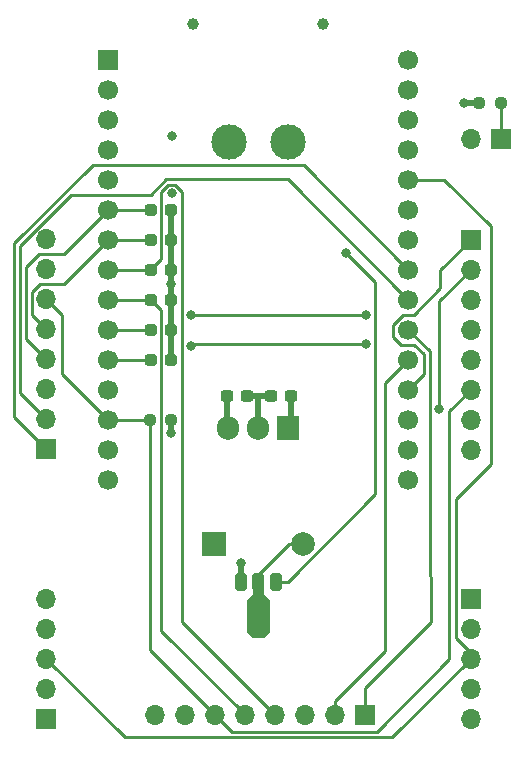
<source format=gbr>
%TF.GenerationSoftware,KiCad,Pcbnew,(6.0.7)*%
%TF.CreationDate,2022-11-12T16:10:30-08:00*%
%TF.ProjectId,Cublic,4375626c-6963-42e6-9b69-6361645f7063,rev?*%
%TF.SameCoordinates,Original*%
%TF.FileFunction,Copper,L1,Top*%
%TF.FilePolarity,Positive*%
%FSLAX46Y46*%
G04 Gerber Fmt 4.6, Leading zero omitted, Abs format (unit mm)*
G04 Created by KiCad (PCBNEW (6.0.7)) date 2022-11-12 16:10:30*
%MOMM*%
%LPD*%
G01*
G04 APERTURE LIST*
G04 Aperture macros list*
%AMRoundRect*
0 Rectangle with rounded corners*
0 $1 Rounding radius*
0 $2 $3 $4 $5 $6 $7 $8 $9 X,Y pos of 4 corners*
0 Add a 4 corners polygon primitive as box body*
4,1,4,$2,$3,$4,$5,$6,$7,$8,$9,$2,$3,0*
0 Add four circle primitives for the rounded corners*
1,1,$1+$1,$2,$3*
1,1,$1+$1,$4,$5*
1,1,$1+$1,$6,$7*
1,1,$1+$1,$8,$9*
0 Add four rect primitives between the rounded corners*
20,1,$1+$1,$2,$3,$4,$5,0*
20,1,$1+$1,$4,$5,$6,$7,0*
20,1,$1+$1,$6,$7,$8,$9,0*
20,1,$1+$1,$8,$9,$2,$3,0*%
G04 Aperture macros list end*
%TA.AperFunction,SMDPad,CuDef*%
%ADD10RoundRect,0.250000X0.250000X0.500000X-0.250000X0.500000X-0.250000X-0.500000X0.250000X-0.500000X0*%
%TD*%
%TA.AperFunction,ComponentPad*%
%ADD11R,1.700000X1.700000*%
%TD*%
%TA.AperFunction,ComponentPad*%
%ADD12O,1.700000X1.700000*%
%TD*%
%TA.AperFunction,SMDPad,CuDef*%
%ADD13RoundRect,0.237500X-0.250000X-0.237500X0.250000X-0.237500X0.250000X0.237500X-0.250000X0.237500X0*%
%TD*%
%TA.AperFunction,SMDPad,CuDef*%
%ADD14RoundRect,0.237500X-0.287500X-0.237500X0.287500X-0.237500X0.287500X0.237500X-0.287500X0.237500X0*%
%TD*%
%TA.AperFunction,SMDPad,CuDef*%
%ADD15RoundRect,0.237500X-0.300000X-0.237500X0.300000X-0.237500X0.300000X0.237500X-0.300000X0.237500X0*%
%TD*%
%TA.AperFunction,SMDPad,CuDef*%
%ADD16RoundRect,0.237500X0.300000X0.237500X-0.300000X0.237500X-0.300000X-0.237500X0.300000X-0.237500X0*%
%TD*%
%TA.AperFunction,ComponentPad*%
%ADD17C,1.700000*%
%TD*%
%TA.AperFunction,ComponentPad*%
%ADD18R,1.905000X2.000000*%
%TD*%
%TA.AperFunction,ComponentPad*%
%ADD19O,1.905000X2.000000*%
%TD*%
%TA.AperFunction,ComponentPad*%
%ADD20R,2.000000X2.000000*%
%TD*%
%TA.AperFunction,ComponentPad*%
%ADD21C,2.000000*%
%TD*%
%TA.AperFunction,WasherPad*%
%ADD22C,1.000000*%
%TD*%
%TA.AperFunction,ComponentPad*%
%ADD23C,3.000000*%
%TD*%
%TA.AperFunction,ViaPad*%
%ADD24C,0.800000*%
%TD*%
%TA.AperFunction,Conductor*%
%ADD25C,0.250000*%
%TD*%
%TA.AperFunction,Conductor*%
%ADD26C,0.500000*%
%TD*%
G04 APERTURE END LIST*
%TO.C,Q1*%
G36*
X500000Y-54750000D02*
G01*
X1000000Y-55250000D01*
X1000000Y-57950000D01*
X500000Y-58450000D01*
X-500000Y-58450000D01*
X-1000000Y-57950000D01*
X-1000000Y-55250000D01*
X-500000Y-54750000D01*
X-500000Y-54200000D01*
X500000Y-54200000D01*
X500000Y-54750000D01*
G37*
%TD*%
D10*
%TO.P,Q1,1,E*%
%TO.N,GND*%
X-1500000Y-53700000D03*
%TO.P,Q1,2,B*%
%TO.N,Net-(Q1-Pad2)*%
X1500000Y-53700000D03*
%TO.P,Q1,3,C*%
%TO.N,Net-(BZ1-Pad2)*%
X0Y-53700000D03*
%TD*%
D11*
%TO.P,SW1,1,1*%
%TO.N,START*%
X20575000Y-16200000D03*
D12*
%TO.P,SW1,2,2*%
%TO.N,+5V*%
X17960000Y-16200000D03*
%TD*%
D13*
%TO.P,R9,1*%
%TO.N,GND*%
X18687500Y-13200000D03*
%TO.P,R9,2*%
%TO.N,START*%
X20512500Y-13200000D03*
%TD*%
D14*
%TO.P,D3,1,A1*%
%TO.N,M3_DIR*%
X-9125000Y-32360000D03*
%TO.P,D3,2,A2*%
%TO.N,GND*%
X-7375000Y-32360000D03*
%TD*%
D13*
%TO.P,R19,1*%
%TO.N,EMO*%
X-9207500Y-40000000D03*
%TO.P,R19,2*%
%TO.N,GND*%
X-7382500Y-40000000D03*
%TD*%
D11*
%TO.P,U3,1,CHA*%
%TO.N,M3_ENCA*%
X17960000Y-24762500D03*
D12*
%TO.P,U3,2,CHB*%
%TO.N,M3_ENCB*%
X17960000Y-27302500D03*
%TO.P,U3,3,5V*%
%TO.N,+5V*%
X17960000Y-29842500D03*
%TO.P,U3,4,CW/CCW*%
%TO.N,M3_DIR*%
X17960000Y-32382500D03*
%TO.P,U3,5,PWM*%
%TO.N,M3_PWM*%
X17960000Y-34922500D03*
%TO.P,U3,6,BRAKE*%
%TO.N,EMO*%
X17960000Y-37462500D03*
%TO.P,U3,7,GND*%
%TO.N,GND*%
X17960000Y-40002500D03*
%TO.P,U3,8,Vm*%
%TO.N,+BATT*%
X17960000Y-42542500D03*
%TD*%
D15*
%TO.P,C2,1*%
%TO.N,+5V*%
X-2662500Y-38000000D03*
%TO.P,C2,2*%
%TO.N,GND*%
X-937500Y-38000000D03*
%TD*%
D14*
%TO.P,D6,1,A1*%
%TO.N,M3_PWM*%
X-9125000Y-34900000D03*
%TO.P,D6,2,A2*%
%TO.N,GND*%
X-7375000Y-34900000D03*
%TD*%
%TO.P,D5,1,A1*%
%TO.N,M2_PWM*%
X-9125000Y-29820000D03*
%TO.P,D5,2,A2*%
%TO.N,GND*%
X-7375000Y-29820000D03*
%TD*%
D11*
%TO.P,U1,1,CHA*%
%TO.N,M1_ENCA*%
X-17960000Y-42506000D03*
D12*
%TO.P,U1,2,CHB*%
%TO.N,M1_ENCB*%
X-17960000Y-39966000D03*
%TO.P,U1,3,5V*%
%TO.N,+5V*%
X-17960000Y-37426000D03*
%TO.P,U1,4,CW/CCW*%
%TO.N,M1_DIR*%
X-17960000Y-34886000D03*
%TO.P,U1,5,PWM*%
%TO.N,M1_PWM*%
X-17960000Y-32346000D03*
%TO.P,U1,6,BRAKE*%
%TO.N,EMO*%
X-17960000Y-29806000D03*
%TO.P,U1,7,GND*%
%TO.N,GND*%
X-17960000Y-27266000D03*
%TO.P,U1,8,Vm*%
%TO.N,+BATT*%
X-17960000Y-24726000D03*
%TD*%
D16*
%TO.P,C1,1*%
%TO.N,+BATT*%
X2762500Y-38000000D03*
%TO.P,C1,2*%
%TO.N,GND*%
X1037500Y-38000000D03*
%TD*%
D11*
%TO.P,U5,1,~{RESET}*%
%TO.N,unconnected-(U5-Pad1)*%
X-12700000Y-9500000D03*
D17*
%TO.P,U5,2,SENSOR_VP*%
%TO.N,unconnected-(U5-Pad2)*%
X-12700000Y-12040000D03*
%TO.P,U5,3,SENSOR_VN*%
%TO.N,unconnected-(U5-Pad3)*%
X-12700000Y-14580000D03*
%TO.P,U5,4,I34*%
%TO.N,Vsense*%
X-12700000Y-17120000D03*
%TO.P,U5,5,IO35*%
%TO.N,unconnected-(U5-Pad5)*%
X-12700000Y-19660000D03*
%TO.P,U5,6,IO32*%
%TO.N,M1_DIR*%
X-12700000Y-22200000D03*
%TO.P,U5,7,IO33*%
%TO.N,M1_PWM*%
X-12700000Y-24740000D03*
%TO.P,U5,8,IO25*%
%TO.N,M2_DIR*%
X-12700000Y-27280000D03*
%TO.P,U5,9,IO26*%
%TO.N,M2_PWM*%
X-12700000Y-29820000D03*
%TO.P,U5,10,IO27*%
%TO.N,M3_DIR*%
X-12700000Y-32360000D03*
%TO.P,U5,11,IO14*%
%TO.N,M3_PWM*%
X-12700000Y-34900000D03*
%TO.P,U5,12,IO12*%
%TO.N,unconnected-(U5-Pad12)*%
X-12700000Y-37440000D03*
%TO.P,U5,13,IO13*%
%TO.N,EMO*%
X-12700000Y-39980000D03*
%TO.P,U5,14,GND*%
%TO.N,GND*%
X-12700000Y-42520000D03*
%TO.P,U5,15,VIN*%
%TO.N,+5V*%
X-12700000Y-45060000D03*
%TO.P,U5,16,IO23*%
%TO.N,unconnected-(U5-Pad16)*%
X12700000Y-9500000D03*
%TO.P,U5,17,SCL*%
%TO.N,SCL*%
X12700000Y-12040000D03*
%TO.P,U5,18,TXD*%
%TO.N,unconnected-(U5-Pad18)*%
X12700000Y-14580000D03*
%TO.P,U5,19,RXD*%
%TO.N,unconnected-(U5-Pad19)*%
X12700000Y-17120000D03*
%TO.P,U5,20,SDA*%
%TO.N,SDA*%
X12700000Y-19660000D03*
%TO.P,U5,21,IO19*%
%TO.N,START*%
X12700000Y-22200000D03*
%TO.P,U5,22,IO18*%
%TO.N,Valarm*%
X12700000Y-24740000D03*
%TO.P,U5,23,IO5*%
%TO.N,M1_ENCA*%
X12700000Y-27280000D03*
%TO.P,U5,24,IO17*%
%TO.N,M1_ENCB*%
X12700000Y-29820000D03*
%TO.P,U5,25,IO16*%
%TO.N,M2_ENCA*%
X12700000Y-32360000D03*
%TO.P,U5,26,IO4*%
%TO.N,M2_ENCB*%
X12700000Y-34900000D03*
%TO.P,U5,27,IO2*%
%TO.N,M3_ENCA*%
X12700000Y-37440000D03*
%TO.P,U5,28,IO15*%
%TO.N,M3_ENCB*%
X12700000Y-39980000D03*
%TO.P,U5,29,GND*%
%TO.N,GND*%
X12700000Y-42520000D03*
%TO.P,U5,30,3V3*%
%TO.N,+3V3*%
X12700000Y-45060000D03*
%TD*%
D12*
%TO.P,U2,8,Vm*%
%TO.N,+BATT*%
X-8792500Y-64960000D03*
%TO.P,U2,7,GND*%
%TO.N,GND*%
X-6252500Y-64960000D03*
%TO.P,U2,6,BRAKE*%
%TO.N,EMO*%
X-3712500Y-64960000D03*
%TO.P,U2,5,PWM*%
%TO.N,M2_PWM*%
X-1172500Y-64960000D03*
%TO.P,U2,4,CW/CCW*%
%TO.N,M2_DIR*%
X1367500Y-64960000D03*
%TO.P,U2,3,5V*%
%TO.N,+5V*%
X3907500Y-64960000D03*
%TO.P,U2,2,CHB*%
%TO.N,M2_ENCB*%
X6447500Y-64960000D03*
D11*
%TO.P,U2,1,CHA*%
%TO.N,M2_ENCA*%
X8987500Y-64960000D03*
%TD*%
D14*
%TO.P,D2,1,A1*%
%TO.N,M2_DIR*%
X-9125000Y-27280000D03*
%TO.P,D2,2,A2*%
%TO.N,GND*%
X-7375000Y-27280000D03*
%TD*%
D12*
%TO.P,U6,5*%
%TO.N,N/C*%
X17960000Y-65332500D03*
%TO.P,U6,4,AD0*%
%TO.N,Net-(R14-Pad2)*%
X17960000Y-62792500D03*
%TO.P,U6,3,SDA_BLU*%
%TO.N,SDA*%
X17960000Y-60252500D03*
%TO.P,U6,2,GND_BLK*%
%TO.N,GND*%
X17960000Y-57712500D03*
D11*
%TO.P,U6,1,VCC_RED*%
%TO.N,+5V*%
X17960000Y-55172500D03*
%TD*%
D12*
%TO.P,U7,5*%
%TO.N,N/C*%
X-17960000Y-55167500D03*
%TO.P,U7,4,AD0*%
%TO.N,Net-(R16-Pad2)*%
X-17960000Y-57707500D03*
%TO.P,U7,3,SDA_BLU*%
%TO.N,SDA*%
X-17960000Y-60247500D03*
%TO.P,U7,2,GND_BLK*%
%TO.N,GND*%
X-17960000Y-62787500D03*
D11*
%TO.P,U7,1,VCC_RED*%
%TO.N,+5V*%
X-17960000Y-65327500D03*
%TD*%
D14*
%TO.P,D1,1,A1*%
%TO.N,M1_DIR*%
X-9125000Y-22200000D03*
%TO.P,D1,2,A2*%
%TO.N,GND*%
X-7375000Y-22200000D03*
%TD*%
%TO.P,D4,1,A1*%
%TO.N,M1_PWM*%
X-9125000Y-24740000D03*
%TO.P,D4,2,A2*%
%TO.N,GND*%
X-7375000Y-24740000D03*
%TD*%
D18*
%TO.P,U4,1,VI*%
%TO.N,+BATT*%
X2540000Y-40730000D03*
D19*
%TO.P,U4,2,GND*%
%TO.N,GND*%
X0Y-40730000D03*
%TO.P,U4,3,VO*%
%TO.N,+5V*%
X-2540000Y-40730000D03*
%TD*%
D20*
%TO.P,BZ1,1,-*%
%TO.N,+5V*%
X-3800000Y-50500000D03*
D21*
%TO.P,BZ1,2,+*%
%TO.N,Net-(BZ1-Pad2)*%
X3800000Y-50500000D03*
%TD*%
D22*
%TO.P,J1,*%
%TO.N,*%
X5500000Y-6500000D03*
X-5500000Y-6500000D03*
D23*
%TO.P,J1,1,Pin_1*%
%TO.N,+BATT*%
X2500000Y-16500000D03*
%TO.P,J1,2,Pin_2*%
%TO.N,GND*%
X-2500000Y-16500000D03*
%TD*%
D24*
%TO.N,GND*%
X-1500000Y-52100000D03*
X17400000Y-13200000D03*
%TO.N,M3_DIR*%
X9100000Y-31100000D03*
X-5700000Y-31100000D03*
%TO.N,M3_PWM*%
X9100000Y-33600000D03*
X-5725000Y-33725000D03*
%TO.N,GND*%
X-7382500Y-41117200D03*
%TO.N,M3_ENCB*%
X15300000Y-39100000D03*
%TO.N,Net-(Q1-Pad2)*%
X7415200Y-25842300D03*
%TO.N,+BATT*%
X-7337500Y-20825500D03*
%TO.N,GND*%
X-7375000Y-28525000D03*
X-7352000Y-15998000D03*
%TD*%
D25*
%TO.N,M2_ENCA*%
X14600000Y-53315400D02*
X14542300Y-53257700D01*
X14542300Y-34202300D02*
X12700000Y-32360000D01*
X8987500Y-62712500D02*
X14600000Y-57100000D01*
X14600000Y-57100000D02*
X14600000Y-53315400D01*
X8987500Y-64960000D02*
X8987500Y-62712500D01*
X14542300Y-53257700D02*
X14542300Y-34202300D01*
D26*
%TO.N,GND*%
X-1500000Y-53700000D02*
X-1500000Y-52100000D01*
D25*
%TO.N,Net-(Q1-Pad2)*%
X9900000Y-28327100D02*
X7415200Y-25842300D01*
X9900000Y-46273833D02*
X9900000Y-28327100D01*
X1500000Y-53700000D02*
X2473833Y-53700000D01*
X2473833Y-53700000D02*
X9900000Y-46273833D01*
%TO.N,Net-(BZ1-Pad2)*%
X0Y-53100000D02*
X2600000Y-50500000D01*
X2600000Y-50500000D02*
X3800000Y-50500000D01*
X0Y-53700000D02*
X0Y-53100000D01*
D26*
%TO.N,GND*%
X18687500Y-13200000D02*
X17400000Y-13200000D01*
D25*
%TO.N,START*%
X20575000Y-13262500D02*
X20575000Y-16200000D01*
X20512500Y-13200000D02*
X20575000Y-13262500D01*
%TO.N,M3_DIR*%
X-5700000Y-31100000D02*
X9100000Y-31100000D01*
%TO.N,M3_PWM*%
X-5600000Y-33600000D02*
X9100000Y-33600000D01*
X-5725000Y-33725000D02*
X-5600000Y-33600000D01*
%TO.N,M1_ENCA*%
X-14037300Y-18400000D02*
X3820000Y-18400000D01*
X-20700000Y-39766000D02*
X-20700000Y-25062700D01*
X-20700000Y-25062700D02*
X-14037300Y-18400000D01*
X3820000Y-18400000D02*
X12700000Y-27280000D01*
X-17960000Y-42506000D02*
X-20700000Y-39766000D01*
%TO.N,M1_PWM*%
X-19200000Y-31106000D02*
X-17960000Y-32346000D01*
X-19200000Y-29200000D02*
X-19200000Y-31106000D01*
X-18536000Y-28536000D02*
X-19200000Y-29200000D01*
X-16496000Y-28536000D02*
X-18536000Y-28536000D01*
X-12700000Y-24740000D02*
X-16496000Y-28536000D01*
%TO.N,M1_DIR*%
X-16496000Y-25996000D02*
X-12700000Y-22200000D01*
X-18596000Y-25996000D02*
X-16496000Y-25996000D01*
X-19700000Y-27100000D02*
X-18596000Y-25996000D01*
X-19700000Y-33146000D02*
X-19700000Y-27100000D01*
X-17960000Y-34886000D02*
X-19700000Y-33146000D01*
%TO.N,M1_ENCB*%
X2531499Y-19651499D02*
X12700000Y-29820000D01*
X-9102288Y-20930000D02*
X-7823787Y-19651499D01*
X-15851200Y-20930000D02*
X-9102288Y-20930000D01*
X-20200000Y-25278800D02*
X-15851200Y-20930000D01*
X-7823787Y-19651499D02*
X2531499Y-19651499D01*
X-17960000Y-39966000D02*
X-20200000Y-37726000D01*
X-20200000Y-37726000D02*
X-20200000Y-25278800D01*
%TO.N,EMO*%
X10000000Y-66400000D02*
X-2272500Y-66400000D01*
X16145100Y-60254900D02*
X10000000Y-66400000D01*
X16145100Y-39277400D02*
X16145100Y-60254900D01*
X-2272500Y-66400000D02*
X-3712500Y-64960000D01*
X17960000Y-37462500D02*
X16145100Y-39277400D01*
%TO.N,SDA*%
X11312500Y-66900000D02*
X17960000Y-60252500D01*
X-11307500Y-66900000D02*
X11312500Y-66900000D01*
X-17960000Y-60247500D02*
X-11307500Y-66900000D01*
%TO.N,M3_ENCA*%
X14000000Y-36140000D02*
X12700000Y-37440000D01*
X14000000Y-34427800D02*
X14000000Y-36140000D01*
X13202200Y-33630000D02*
X14000000Y-34427800D01*
X12030000Y-33630000D02*
X13202200Y-33630000D01*
X11400000Y-31945300D02*
X11400000Y-33000000D01*
X15367150Y-28867150D02*
X13134300Y-31100000D01*
X15367150Y-27355350D02*
X15367150Y-28867150D01*
X13134300Y-31100000D02*
X12245300Y-31100000D01*
X12245300Y-31100000D02*
X11400000Y-31945300D01*
X17960000Y-24762500D02*
X15367150Y-27355350D01*
X11400000Y-33000000D02*
X12030000Y-33630000D01*
%TO.N,SDA*%
X15712200Y-19660000D02*
X12700000Y-19660000D01*
X19647500Y-23595300D02*
X15712200Y-19660000D01*
X16700000Y-58500000D02*
X16700000Y-46694100D01*
X16700000Y-46694100D02*
X19647500Y-43746600D01*
X17960000Y-59760000D02*
X16700000Y-58500000D01*
X17960000Y-60252500D02*
X17960000Y-59760000D01*
X19647500Y-43746600D02*
X19647500Y-23595300D01*
%TO.N,EMO*%
X-9207500Y-59465000D02*
X-9207500Y-40000000D01*
X-3712500Y-64960000D02*
X-9207500Y-59465000D01*
%TO.N,M2_PWM*%
X-8250100Y-57849900D02*
X-1172500Y-64927500D01*
X-1172500Y-64927500D02*
X-1172500Y-64960000D01*
X-8250100Y-30694900D02*
X-8250100Y-57849900D01*
X-9125000Y-29820000D02*
X-8250100Y-30694900D01*
D26*
%TO.N,GND*%
X-7382500Y-40000000D02*
X-7382500Y-41117200D01*
D25*
%TO.N,M2_DIR*%
X-8273900Y-20737302D02*
X-8273900Y-26398900D01*
X-7637598Y-20101000D02*
X-8273900Y-20737302D01*
X-6462600Y-20675802D02*
X-7037402Y-20101000D01*
X-6462600Y-57129900D02*
X-6462600Y-20675802D01*
X-7037402Y-20101000D02*
X-7637598Y-20101000D01*
X1367500Y-64960000D02*
X-6462600Y-57129900D01*
X-8273900Y-26398900D02*
X-9155000Y-27280000D01*
D26*
%TO.N,GND*%
X-7375000Y-27280000D02*
X-7375000Y-29820000D01*
D25*
%TO.N,M3_ENCB*%
X15300000Y-29962500D02*
X15300000Y-39100000D01*
X17960000Y-27302500D02*
X15300000Y-29962500D01*
%TO.N,EMO*%
X-16595200Y-31170800D02*
X-16595200Y-36084800D01*
X-16595200Y-36084800D02*
X-12700000Y-39980000D01*
X-17960000Y-29806000D02*
X-16595200Y-31170800D01*
X-9218000Y-39990000D02*
X-9208000Y-40000000D01*
X-9217500Y-39990000D02*
X-9207500Y-40000000D01*
X-9218000Y-39990000D02*
X-9217500Y-39990000D01*
X-9228000Y-39980000D02*
X-9218000Y-39990000D01*
X-12700000Y-39980000D02*
X-9228000Y-39980000D01*
%TO.N,M2_ENCB*%
X10676100Y-36923900D02*
X12700000Y-34900000D01*
X10676100Y-59556300D02*
X10676100Y-36923900D01*
X6447500Y-63784900D02*
X10676100Y-59556300D01*
X6447500Y-64960000D02*
X6447500Y-63784900D01*
%TO.N,M3_PWM*%
X-10487500Y-34900000D02*
X-12700000Y-34900000D01*
X-9225000Y-34900000D02*
X-10487500Y-34900000D01*
X-10487500Y-34900000D02*
X-9225000Y-34900000D01*
X-9225000Y-34900000D02*
X-9125000Y-34900000D01*
X-9125000Y-35000000D02*
X-9225000Y-34900000D01*
%TO.N,M2_PWM*%
X-12700000Y-29820000D02*
X-9509100Y-29820000D01*
X-9509100Y-29820000D02*
X-9125000Y-29820000D01*
%TO.N,M1_PWM*%
X-9140000Y-24725000D02*
X-9125000Y-24740000D01*
X-9125000Y-24710000D02*
X-9140000Y-24725000D01*
X-9155000Y-24740000D02*
X-12700000Y-24740000D01*
X-9140000Y-24725000D02*
X-9155000Y-24740000D01*
%TO.N,M3_DIR*%
X-9265000Y-32360000D02*
X-10982500Y-32360000D01*
X-10982500Y-32360000D02*
X-9265000Y-32360000D01*
X-9265000Y-32360000D02*
X-9125000Y-32360000D01*
X-9125000Y-32500000D02*
X-9265000Y-32360000D01*
X-10982500Y-32360000D02*
X-12700000Y-32360000D01*
%TO.N,M2_DIR*%
X-9155000Y-27280000D02*
X-9382300Y-27280000D01*
X-9382300Y-27280000D02*
X-12700000Y-27280000D01*
X-9382300Y-27280000D02*
X-9155000Y-27280000D01*
X-9155000Y-27280000D02*
X-9125000Y-27280000D01*
%TO.N,M1_DIR*%
X-9130000Y-22205000D02*
X-9125000Y-22200000D01*
X-9125000Y-22210000D02*
X-9130000Y-22205000D01*
X-9135000Y-22200000D02*
X-12700000Y-22200000D01*
X-9130000Y-22205000D02*
X-9135000Y-22200000D01*
D26*
%TO.N,+5V*%
X-2662500Y-39303500D02*
X-2662500Y-38000000D01*
X-2662000Y-39304000D02*
X-2662500Y-39303500D01*
X-2662000Y-40608000D02*
X-2540000Y-40730000D01*
X-2662000Y-39304000D02*
X-2662000Y-40608000D01*
X-2662000Y-38000000D02*
X-2662000Y-39304000D01*
%TO.N,+BATT*%
X2762000Y-38000000D02*
X2762000Y-39254000D01*
X2762000Y-40508000D02*
X2540000Y-40730000D01*
X2762000Y-39254000D02*
X2762000Y-40508000D01*
X2762500Y-39253500D02*
X2762500Y-38000000D01*
X2762000Y-39254000D02*
X2762500Y-39253500D01*
%TO.N,GND*%
X0Y-38000000D02*
X1037500Y-38000000D01*
X-937500Y-38000000D02*
X0Y-38000000D01*
X0Y-40730000D02*
X0Y-38000000D01*
X1037500Y-38000000D02*
X1038000Y-38000000D01*
X-938000Y-38000000D02*
X-937500Y-38000000D01*
X-7375000Y-22200000D02*
X-7375000Y-24740000D01*
X-7375000Y-26010000D02*
X-7375000Y-24740000D01*
X-7375000Y-29820000D02*
X-7375000Y-32360000D01*
X-7375000Y-32360000D02*
X-7375000Y-34900000D01*
X-7375000Y-26010000D02*
X-7375000Y-27280000D01*
%TD*%
M02*

</source>
